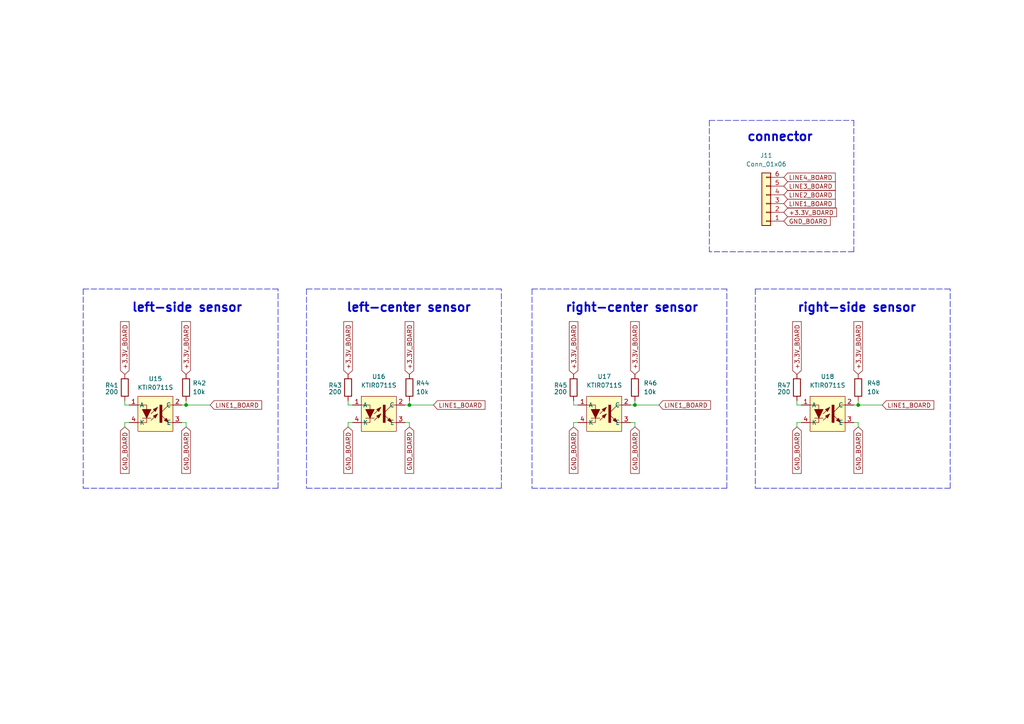
<source format=kicad_sch>
(kicad_sch (version 20211123) (generator eeschema)
  (paper "A4")
  (lib_symbols
    (symbol "Connector_Generic:Conn_01x06" (pin_names (offset 1.016) hide)
      (property "Reference" "J" (at 0 7.62 0))
      (property "Value" "Conn_01x06" (at 0 -10.16 0))
      (symbol "Conn_01x06_1_1"
        (rectangle (start -1.27 -7.493) (end 0 -7.747) (stroke (width 0.1524)))
        (rectangle (start -1.27 -4.953) (end 0 -5.207) (stroke (width 0.1524)))
        (rectangle (start -1.27 -2.413) (end 0 -2.667) (stroke (width 0.1524)))
        (rectangle (start -1.27 0.127) (end 0 -0.127) (stroke (width 0.1524)))
        (rectangle (start -1.27 2.667) (end 0 2.413) (stroke (width 0.1524)))
        (rectangle (start -1.27 5.207) (end 0 4.953) (stroke (width 0.1524)))
        (rectangle (start -1.27 6.35) (end 1.27 -8.89) (stroke (width 0.254)) (fill (type background)))
        (pin passive line (at -5.08 5.08 0) (length 3.81) (name "Pin_1") (number "1"))
        (pin passive line (at -5.08 2.54 0) (length 3.81) (name "Pin_2") (number "2"))
        (pin passive line (at -5.08 0 0) (length 3.81) (name "Pin_3") (number "3"))
        (pin passive line (at -5.08 -2.54 0) (length 3.81) (name "Pin_4") (number "4"))
        (pin passive line (at -5.08 -5.08 0) (length 3.81) (name "Pin_5") (number "5"))
        (pin passive line (at -5.08 -7.62 0) (length 3.81) (name "Pin_6") (number "6"))
      )
    )
    (symbol "Device:R" (pin_numbers hide) (pin_names (offset 0))
      (property "Reference" "R" (at 2.032 0 90))
      (property "Value" "R" (at 0 0 90))
      (symbol "R_0_1"
        (rectangle (start -1.016 -2.54) (end 1.016 2.54) (stroke (width 0.254)))
      )
      (symbol "R_1_1"
        (pin passive line (at 0 3.81 270) (length 1.27) (name "~") (number "1"))
        (pin passive line (at 0 -3.81 90) (length 1.27) (name "~") (number "2"))
      )
    )
    (symbol "KTIR0711S_1"
      (property "Reference" "U" (at 0 8.89 0))
      (property "Value" "KTIR0711S_1" (at 0 6.35 0))
      (symbol "KTIR0711S_1_0_1"
        (rectangle (start -5.08 5.08) (end 5.08 -5.08) (fill (type background)))
        (polyline (pts (xy -3.81 -1.27) (xy -1.27 -1.27)))
        (polyline (pts (xy 5.08 -2.54) (xy 3.81 -2.54) (xy 1.905 -0.635)))
        (polyline (pts (xy 5.08 2.54) (xy 3.81 2.54) (xy 1.905 0.635)))
        (polyline (pts (xy -5.08 2.54) (xy -2.54 2.54) (xy -2.54 -2.54) (xy -5.08 -2.54)))
        (polyline (pts (xy -2.54 -1.27) (xy -3.81 1.27) (xy -1.27 1.27) (xy -2.54 -1.27)) (fill (type outline)))
        (polyline (pts (xy 3.81 -2.54) (xy 3.175 -1.27) (xy 2.54 -1.905) (xy 3.81 -2.54)) (fill (type outline)))
        (polyline (pts (xy -1.27 -1.905) (xy 0.635 0) (xy 0 -1.27) (xy -0.635 -0.635) (xy 0.635 0)) (fill (type outline)))
        (polyline (pts (xy -1.27 0) (xy 0.635 1.905) (xy 0 0.635) (xy -0.635 1.27) (xy 0.635 1.905)) (fill (type outline)))
        (rectangle (start 1.27 2.54) (end 1.905 -2.54) (fill (type outline)))
      )
      (symbol "KTIR0711S_1_1_1"
        (pin passive line (at -7.62 2.54 0) (length 2.54) (name "A") (number "1"))
        (pin passive line (at 7.62 2.54 180) (length 2.54) (name "C") (number "2"))
        (pin passive line (at 7.62 -2.54 180) (length 2.54) (name "E") (number "3"))
        (pin passive line (at -7.62 -2.54 0) (length 2.54) (name "K") (number "4"))
      )
    )
    (symbol "Sneak100:KTIR0711S"
      (property "Reference" "U" (at 0 8.89 0))
      (property "Value" "KTIR0711S" (at 0 6.35 0))
      (symbol "KTIR0711S_0_1"
        (rectangle (start -5.08 5.08) (end 5.08 -5.08) (fill (type background)))
        (polyline (pts (xy -3.81 -1.27) (xy -1.27 -1.27)))
        (polyline (pts (xy 5.08 -2.54) (xy 3.81 -2.54) (xy 1.905 -0.635)))
        (polyline (pts (xy 5.08 2.54) (xy 3.81 2.54) (xy 1.905 0.635)))
        (polyline (pts (xy -5.08 2.54) (xy -2.54 2.54) (xy -2.54 -2.54) (xy -5.08 -2.54)))
        (polyline (pts (xy -2.54 -1.27) (xy -3.81 1.27) (xy -1.27 1.27) (xy -2.54 -1.27)) (fill (type outline)))
        (polyline (pts (xy 3.81 -2.54) (xy 3.175 -1.27) (xy 2.54 -1.905) (xy 3.81 -2.54)) (fill (type outline)))
        (polyline (pts (xy -1.27 -1.905) (xy 0.635 0) (xy 0 -1.27) (xy -0.635 -0.635) (xy 0.635 0)) (fill (type outline)))
        (polyline (pts (xy -1.27 0) (xy 0.635 1.905) (xy 0 0.635) (xy -0.635 1.27) (xy 0.635 1.905)) (fill (type outline)))
        (rectangle (start 1.27 2.54) (end 1.905 -2.54) (fill (type outline)))
      )
      (symbol "KTIR0711S_1_1"
        (pin passive line (at -7.62 2.54 0) (length 2.54) (name "A") (number "1"))
        (pin passive line (at 7.62 2.54 180) (length 2.54) (name "C") (number "2"))
        (pin passive line (at 7.62 -2.54 180) (length 2.54) (name "E") (number "3"))
        (pin passive line (at -7.62 -2.54 0) (length 2.54) (name "K") (number "4"))
      )
    )
  )
  (junction (at 53.975 117.475))
  (junction (at 184.15 117.475))
  (junction (at 118.745 117.475))
  (junction (at 248.92 117.475))
  (wire (pts (xy 37.465 122.555) (xy 36.195 122.555)))
  (wire (pts (xy 53.975 117.475) (xy 53.975 116.205)))
  (wire (pts (xy 248.92 122.555) (xy 248.92 123.825)))
  (wire (pts (xy 248.92 117.475) (xy 255.905 117.475)))
  (wire (pts (xy 167.64 122.555) (xy 166.37 122.555)))
  (wire (pts (xy 247.65 122.555) (xy 248.92 122.555)))
  (polyline (pts (xy 275.59 141.605) (xy 275.59 83.82)))
  (wire (pts (xy 166.37 122.555) (xy 166.37 123.825)))
  (wire (pts (xy 184.15 117.475) (xy 191.135 117.475)))
  (wire (pts (xy 100.965 117.475) (xy 100.965 116.205)))
  (wire (pts (xy 118.745 122.555) (xy 118.745 123.825)))
  (wire (pts (xy 117.475 117.475) (xy 118.745 117.475)))
  (polyline (pts (xy 205.74 34.925) (xy 247.65 34.925)))
  (polyline (pts (xy 80.645 141.605) (xy 80.645 83.82)))
  (wire (pts (xy 52.705 122.555) (xy 53.975 122.555)))
  (polyline (pts (xy 275.59 83.82) (xy 219.075 83.82)))
  (wire (pts (xy 118.745 117.475) (xy 125.73 117.475)))
  (polyline (pts (xy 154.305 83.82) (xy 154.305 141.605)))
  (wire (pts (xy 167.64 117.475) (xy 166.37 117.475)))
  (wire (pts (xy 232.41 122.555) (xy 231.14 122.555)))
  (polyline (pts (xy 210.82 141.605) (xy 210.82 83.82)))
  (wire (pts (xy 166.37 117.475) (xy 166.37 116.205)))
  (polyline (pts (xy 154.305 141.605) (xy 210.82 141.605)))
  (wire (pts (xy 118.745 117.475) (xy 118.745 116.205)))
  (polyline (pts (xy 219.075 83.82) (xy 219.075 141.605)))
  (polyline (pts (xy 145.415 141.605) (xy 145.415 83.82)))
  (wire (pts (xy 52.705 117.475) (xy 53.975 117.475)))
  (wire (pts (xy 184.15 117.475) (xy 184.15 116.205)))
  (polyline (pts (xy 88.9 83.82) (xy 88.9 141.605)))
  (wire (pts (xy 53.975 117.475) (xy 60.96 117.475)))
  (wire (pts (xy 37.465 117.475) (xy 36.195 117.475)))
  (polyline (pts (xy 88.9 141.605) (xy 145.415 141.605)))
  (wire (pts (xy 117.475 122.555) (xy 118.745 122.555)))
  (polyline (pts (xy 210.82 83.82) (xy 154.305 83.82)))
  (wire (pts (xy 232.41 117.475) (xy 231.14 117.475)))
  (wire (pts (xy 53.975 122.555) (xy 53.975 123.825)))
  (polyline (pts (xy 205.74 34.925) (xy 205.74 73.025)))
  (polyline (pts (xy 145.415 83.82) (xy 88.9 83.82)))
  (polyline (pts (xy 247.65 34.925) (xy 247.65 73.025)))
  (wire (pts (xy 184.15 122.555) (xy 184.15 123.825)))
  (polyline (pts (xy 24.13 141.605) (xy 80.645 141.605)))
  (polyline (pts (xy 247.65 73.025) (xy 205.74 73.025)))
  (wire (pts (xy 231.14 117.475) (xy 231.14 116.205)))
  (wire (pts (xy 231.14 122.555) (xy 231.14 123.825)))
  (wire (pts (xy 182.88 122.555) (xy 184.15 122.555)))
  (polyline (pts (xy 80.645 83.82) (xy 24.13 83.82)))
  (wire (pts (xy 36.195 117.475) (xy 36.195 116.205)))
  (polyline (pts (xy 24.13 83.82) (xy 24.13 141.605)))
  (wire (pts (xy 102.235 122.555) (xy 100.965 122.555)))
  (wire (pts (xy 247.65 117.475) (xy 248.92 117.475)))
  (polyline (pts (xy 219.075 141.605) (xy 275.59 141.605)))
  (wire (pts (xy 102.235 117.475) (xy 100.965 117.475)))
  (wire (pts (xy 182.88 117.475) (xy 184.15 117.475)))
  (wire (pts (xy 248.92 117.475) (xy 248.92 116.205)))
  (wire (pts (xy 36.195 122.555) (xy 36.195 123.825)))
  (wire (pts (xy 100.965 122.555) (xy 100.965 123.825)))
  (text "left-side sensor" (at 38.1 90.805 0) (effects (font (size 2.54 2.54) (thickness 0.508) bold) (justify left bottom)))
  (text "right-center sensor" (at 163.83 90.805 0) (effects (font (size 2.54 2.54) (thickness 0.508) bold) (justify left bottom)))
  (text "connector" (at 216.535 41.275 0) (effects (font (size 2.54 2.54) (thickness 0.508) bold) (justify left bottom)))
  (text "right-side sensor" (at 231.14 90.805 0) (effects (font (size 2.54 2.54) (thickness 0.508) bold) (justify left bottom)))
  (text "left-center sensor" (at 100.33 90.805 0) (effects (font (size 2.54 2.54) (thickness 0.508) bold) (justify left bottom)))
  (global_label "GND_BOARD" (shape input) (at 231.14 123.825 270) (property "Intersheet References" "${INTERSHEET_REFS}" (effects hide)))
  (global_label "LINE1_BOARD" (shape input) (at 60.96 117.475 0) (property "Intersheet References" "${INTERSHEET_REFS}" (effects hide)))
  (global_label "+3.3V_BOARD" (shape input) (at 118.745 108.585 90) (property "Intersheet References" "${INTERSHEET_REFS}" (effects hide)))
  (global_label "LINE1_BOARD" (shape input) (at 255.905 117.475 0) (property "Intersheet References" "${INTERSHEET_REFS}" (effects hide)))
  (global_label "GND_BOARD" (shape input) (at 184.15 123.825 270) (property "Intersheet References" "${INTERSHEET_REFS}" (effects hide)))
  (global_label "GND_BOARD" (shape input) (at 53.975 123.825 270) (property "Intersheet References" "${INTERSHEET_REFS}" (effects hide)))
  (global_label "GND_BOARD" (shape input) (at 118.745 123.825 270) (property "Intersheet References" "${INTERSHEET_REFS}" (effects hide)))
  (global_label "+3.3V_BOARD" (shape input) (at 100.965 108.585 90) (property "Intersheet References" "${INTERSHEET_REFS}" (effects hide)))
  (global_label "+3.3V_BOARD" (shape input) (at 184.15 108.585 90) (property "Intersheet References" "${INTERSHEET_REFS}" (effects hide)))
  (global_label "+3.3V_BOARD" (shape input) (at 36.195 108.585 90) (property "Intersheet References" "${INTERSHEET_REFS}" (effects hide)))
  (global_label "LINE1_BOARD" (shape input) (at 191.135 117.475 0) (property "Intersheet References" "${INTERSHEET_REFS}" (effects hide)))
  (global_label "LINE3_BOARD" (shape input) (at 227.33 53.975 0) (property "Intersheet References" "${INTERSHEET_REFS}" (effects hide)))
  (global_label "GND_BOARD" (shape input) (at 166.37 123.825 270) (property "Intersheet References" "${INTERSHEET_REFS}" (effects hide)))
  (global_label "LINE2_BOARD" (shape input) (at 227.33 56.515 0) (property "Intersheet References" "${INTERSHEET_REFS}" (effects hide)))
  (global_label "LINE4_BOARD" (shape input) (at 227.33 51.435 0) (property "Intersheet References" "${INTERSHEET_REFS}" (effects hide)))
  (global_label "GND_BOARD" (shape input) (at 248.92 123.825 270) (property "Intersheet References" "${INTERSHEET_REFS}" (effects hide)))
  (global_label "+3.3V_BOARD" (shape input) (at 166.37 108.585 90) (property "Intersheet References" "${INTERSHEET_REFS}" (effects hide)))
  (global_label "+3.3V_BOARD" (shape input) (at 227.33 61.595 0) (property "Intersheet References" "${INTERSHEET_REFS}" (effects hide)))
  (global_label "GND_BOARD" (shape input) (at 227.33 64.135 0) (property "Intersheet References" "${INTERSHEET_REFS}" (effects hide)))
  (global_label "LINE1_BOARD" (shape input) (at 125.73 117.475 0) (property "Intersheet References" "${INTERSHEET_REFS}" (effects hide)))
  (global_label "GND_BOARD" (shape input) (at 100.965 123.825 270) (property "Intersheet References" "${INTERSHEET_REFS}" (effects hide)))
  (global_label "+3.3V_BOARD" (shape input) (at 53.975 108.585 90) (property "Intersheet References" "${INTERSHEET_REFS}" (effects hide)))
  (global_label "+3.3V_BOARD" (shape input) (at 231.14 108.585 90) (property "Intersheet References" "${INTERSHEET_REFS}" (effects hide)))
  (global_label "LINE1_BOARD" (shape input) (at 227.33 59.055 0) (property "Intersheet References" "${INTERSHEET_REFS}" (effects hide)))
  (global_label "+3.3V_BOARD" (shape input) (at 248.92 108.585 90) (property "Intersheet References" "${INTERSHEET_REFS}" (effects hide)))
  (global_label "GND_BOARD" (shape input) (at 36.195 123.825 270) (property "Intersheet References" "${INTERSHEET_REFS}" (effects hide)))
  (symbol (lib_id "Device:R") (at 166.37 112.395 180) (unit 1)
    (property "Reference" "R45" (at 160.655 111.76 0) (effects (justify right)))
    (property "Value" "200" (at 160.655 113.665 0) (effects (justify right)))
  )
  (symbol (lib_id "Connector_Generic:Conn_01x06") (at 222.25 59.055 180) (unit 1)
    (property "Reference" "J11" (at 222.25 45.085 0))
    (property "Value" "Conn_01x06" (at 222.25 47.625 0))
  )
  (symbol (lib_id "Device:R") (at 248.92 112.395 0) (unit 1)
    (property "Reference" "R48" (at 251.46 111.1249 0) (effects (justify left)))
    (property "Value" "10k" (at 251.46 113.6649 0) (effects (justify left)))
  )
  (symbol (lib_id "Device:R") (at 184.15 112.395 0) (unit 1)
    (property "Reference" "R46" (at 186.69 111.1249 0) (effects (justify left)))
    (property "Value" "10k" (at 186.69 113.6649 0) (effects (justify left)))
  )
  (symbol (lib_id "Device:R") (at 53.975 112.395 0) (unit 1)
    (property "Reference" "R42" (at 55.88 111.1249 0) (effects (justify left)))
    (property "Value" "10k" (at 55.88 113.6649 0) (effects (justify left)))
  )
  (symbol (lib_name "KTIR0711S_1") (lib_id "Sneak100:KTIR0711S") (at 45.085 120.015 0) (unit 1)
    (property "Reference" "U15" (at 45.085 109.855 0))
    (property "Value" "KTIR0711S" (at 45.085 112.395 0))
  )
  (symbol (lib_id "Sneak100:KTIR0711S") (at 175.26 120.015 0) (unit 1)
    (property "Reference" "U17" (at 175.26 109.22 0))
    (property "Value" "KTIR0711S" (at 175.26 111.76 0))
  )
  (symbol (lib_id "Device:R") (at 118.745 112.395 0) (unit 1)
    (property "Reference" "R44" (at 120.65 111.1249 0) (effects (justify left)))
    (property "Value" "10k" (at 120.65 113.6649 0) (effects (justify left)))
  )
  (symbol (lib_id "Sneak100:KTIR0711S") (at 109.855 120.015 0) (unit 1)
    (property "Reference" "U16" (at 109.855 109.22 0))
    (property "Value" "KTIR0711S" (at 109.855 111.76 0))
  )
  (symbol (lib_id "Device:R") (at 100.965 112.395 180) (unit 1)
    (property "Reference" "R43" (at 95.25 111.76 0) (effects (justify right)))
    (property "Value" "200" (at 95.25 113.665 0) (effects (justify right)))
  )
  (symbol (lib_id "Device:R") (at 231.14 112.395 180) (unit 1)
    (property "Reference" "R47" (at 225.425 111.76 0) (effects (justify right)))
    (property "Value" "200" (at 225.425 113.665 0) (effects (justify right)))
  )
  (symbol (lib_id "Sneak100:KTIR0711S") (at 240.03 120.015 0) (unit 1)
    (property "Reference" "U18" (at 240.03 109.22 0))
    (property "Value" "KTIR0711S" (at 240.03 111.76 0))
  )
  (symbol (lib_id "Device:R") (at 36.195 112.395 180) (unit 1)
    (property "Reference" "R41" (at 30.48 111.76 0) (effects (justify right)))
    (property "Value" "200" (at 30.48 113.665 0) (effects (justify right)))
  )
)
</source>
